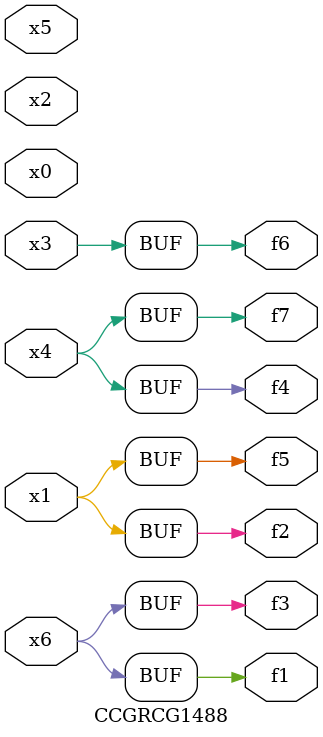
<source format=v>
module CCGRCG1488(
	input x0, x1, x2, x3, x4, x5, x6,
	output f1, f2, f3, f4, f5, f6, f7
);
	assign f1 = x6;
	assign f2 = x1;
	assign f3 = x6;
	assign f4 = x4;
	assign f5 = x1;
	assign f6 = x3;
	assign f7 = x4;
endmodule

</source>
